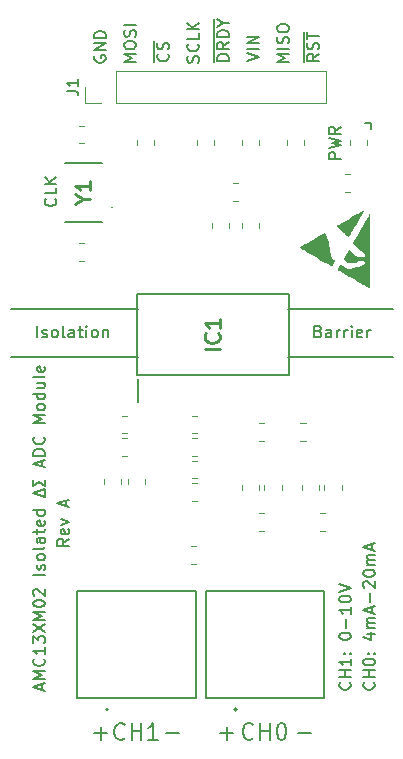
<source format=gbr>
%TF.GenerationSoftware,KiCad,Pcbnew,7.0.10-7.0.10~ubuntu22.04.1*%
%TF.CreationDate,2024-03-28T15:08:32-05:00*%
%TF.ProjectId,IIoT_Sensor,49496f54-5f53-4656-9e73-6f722e6b6963,1.0*%
%TF.SameCoordinates,Original*%
%TF.FileFunction,Legend,Top*%
%TF.FilePolarity,Positive*%
%FSLAX46Y46*%
G04 Gerber Fmt 4.6, Leading zero omitted, Abs format (unit mm)*
G04 Created by KiCad (PCBNEW 7.0.10-7.0.10~ubuntu22.04.1) date 2024-03-28 15:08:32*
%MOMM*%
%LPD*%
G01*
G04 APERTURE LIST*
%ADD10C,0.150000*%
%ADD11C,0.254000*%
%ADD12C,0.120000*%
%ADD13C,0.200000*%
%ADD14C,0.127000*%
%ADD15C,0.010000*%
%ADD16C,0.100000*%
G04 APERTURE END LIST*
D10*
X175260000Y-61468000D02*
X174752000Y-61468000D01*
X175260000Y-61976000D02*
X175260000Y-61468000D01*
X155575000Y-77216000D02*
X144780000Y-77216000D01*
X168275000Y-77216000D02*
X177165000Y-77216000D01*
X144780000Y-81280000D02*
X155575000Y-81280000D01*
X168275000Y-81280000D02*
X177165000Y-81280000D01*
X162534667Y-113136533D02*
X163601334Y-113136533D01*
X163068000Y-113669866D02*
X163068000Y-112603200D01*
X168348819Y-56305220D02*
X167348819Y-56305220D01*
X167348819Y-56305220D02*
X168063104Y-55971887D01*
X168063104Y-55971887D02*
X167348819Y-55638554D01*
X167348819Y-55638554D02*
X168348819Y-55638554D01*
X168348819Y-55162363D02*
X167348819Y-55162363D01*
X168301200Y-54733792D02*
X168348819Y-54590935D01*
X168348819Y-54590935D02*
X168348819Y-54352840D01*
X168348819Y-54352840D02*
X168301200Y-54257602D01*
X168301200Y-54257602D02*
X168253580Y-54209983D01*
X168253580Y-54209983D02*
X168158342Y-54162364D01*
X168158342Y-54162364D02*
X168063104Y-54162364D01*
X168063104Y-54162364D02*
X167967866Y-54209983D01*
X167967866Y-54209983D02*
X167920247Y-54257602D01*
X167920247Y-54257602D02*
X167872628Y-54352840D01*
X167872628Y-54352840D02*
X167825009Y-54543316D01*
X167825009Y-54543316D02*
X167777390Y-54638554D01*
X167777390Y-54638554D02*
X167729771Y-54686173D01*
X167729771Y-54686173D02*
X167634533Y-54733792D01*
X167634533Y-54733792D02*
X167539295Y-54733792D01*
X167539295Y-54733792D02*
X167444057Y-54686173D01*
X167444057Y-54686173D02*
X167396438Y-54638554D01*
X167396438Y-54638554D02*
X167348819Y-54543316D01*
X167348819Y-54543316D02*
X167348819Y-54305221D01*
X167348819Y-54305221D02*
X167396438Y-54162364D01*
X167348819Y-53543316D02*
X167348819Y-53352840D01*
X167348819Y-53352840D02*
X167396438Y-53257602D01*
X167396438Y-53257602D02*
X167491676Y-53162364D01*
X167491676Y-53162364D02*
X167682152Y-53114745D01*
X167682152Y-53114745D02*
X168015485Y-53114745D01*
X168015485Y-53114745D02*
X168205961Y-53162364D01*
X168205961Y-53162364D02*
X168301200Y-53257602D01*
X168301200Y-53257602D02*
X168348819Y-53352840D01*
X168348819Y-53352840D02*
X168348819Y-53543316D01*
X168348819Y-53543316D02*
X168301200Y-53638554D01*
X168301200Y-53638554D02*
X168205961Y-53733792D01*
X168205961Y-53733792D02*
X168015485Y-53781411D01*
X168015485Y-53781411D02*
X167682152Y-53781411D01*
X167682152Y-53781411D02*
X167491676Y-53733792D01*
X167491676Y-53733792D02*
X167396438Y-53638554D01*
X167396438Y-53638554D02*
X167348819Y-53543316D01*
X147021779Y-79625819D02*
X147021779Y-78625819D01*
X147450350Y-79578200D02*
X147545588Y-79625819D01*
X147545588Y-79625819D02*
X147736064Y-79625819D01*
X147736064Y-79625819D02*
X147831302Y-79578200D01*
X147831302Y-79578200D02*
X147878921Y-79482961D01*
X147878921Y-79482961D02*
X147878921Y-79435342D01*
X147878921Y-79435342D02*
X147831302Y-79340104D01*
X147831302Y-79340104D02*
X147736064Y-79292485D01*
X147736064Y-79292485D02*
X147593207Y-79292485D01*
X147593207Y-79292485D02*
X147497969Y-79244866D01*
X147497969Y-79244866D02*
X147450350Y-79149628D01*
X147450350Y-79149628D02*
X147450350Y-79102009D01*
X147450350Y-79102009D02*
X147497969Y-79006771D01*
X147497969Y-79006771D02*
X147593207Y-78959152D01*
X147593207Y-78959152D02*
X147736064Y-78959152D01*
X147736064Y-78959152D02*
X147831302Y-79006771D01*
X148450350Y-79625819D02*
X148355112Y-79578200D01*
X148355112Y-79578200D02*
X148307493Y-79530580D01*
X148307493Y-79530580D02*
X148259874Y-79435342D01*
X148259874Y-79435342D02*
X148259874Y-79149628D01*
X148259874Y-79149628D02*
X148307493Y-79054390D01*
X148307493Y-79054390D02*
X148355112Y-79006771D01*
X148355112Y-79006771D02*
X148450350Y-78959152D01*
X148450350Y-78959152D02*
X148593207Y-78959152D01*
X148593207Y-78959152D02*
X148688445Y-79006771D01*
X148688445Y-79006771D02*
X148736064Y-79054390D01*
X148736064Y-79054390D02*
X148783683Y-79149628D01*
X148783683Y-79149628D02*
X148783683Y-79435342D01*
X148783683Y-79435342D02*
X148736064Y-79530580D01*
X148736064Y-79530580D02*
X148688445Y-79578200D01*
X148688445Y-79578200D02*
X148593207Y-79625819D01*
X148593207Y-79625819D02*
X148450350Y-79625819D01*
X149355112Y-79625819D02*
X149259874Y-79578200D01*
X149259874Y-79578200D02*
X149212255Y-79482961D01*
X149212255Y-79482961D02*
X149212255Y-78625819D01*
X150164636Y-79625819D02*
X150164636Y-79102009D01*
X150164636Y-79102009D02*
X150117017Y-79006771D01*
X150117017Y-79006771D02*
X150021779Y-78959152D01*
X150021779Y-78959152D02*
X149831303Y-78959152D01*
X149831303Y-78959152D02*
X149736065Y-79006771D01*
X150164636Y-79578200D02*
X150069398Y-79625819D01*
X150069398Y-79625819D02*
X149831303Y-79625819D01*
X149831303Y-79625819D02*
X149736065Y-79578200D01*
X149736065Y-79578200D02*
X149688446Y-79482961D01*
X149688446Y-79482961D02*
X149688446Y-79387723D01*
X149688446Y-79387723D02*
X149736065Y-79292485D01*
X149736065Y-79292485D02*
X149831303Y-79244866D01*
X149831303Y-79244866D02*
X150069398Y-79244866D01*
X150069398Y-79244866D02*
X150164636Y-79197247D01*
X150497970Y-78959152D02*
X150878922Y-78959152D01*
X150640827Y-78625819D02*
X150640827Y-79482961D01*
X150640827Y-79482961D02*
X150688446Y-79578200D01*
X150688446Y-79578200D02*
X150783684Y-79625819D01*
X150783684Y-79625819D02*
X150878922Y-79625819D01*
X151212256Y-79625819D02*
X151212256Y-78959152D01*
X151212256Y-78625819D02*
X151164637Y-78673438D01*
X151164637Y-78673438D02*
X151212256Y-78721057D01*
X151212256Y-78721057D02*
X151259875Y-78673438D01*
X151259875Y-78673438D02*
X151212256Y-78625819D01*
X151212256Y-78625819D02*
X151212256Y-78721057D01*
X151831303Y-79625819D02*
X151736065Y-79578200D01*
X151736065Y-79578200D02*
X151688446Y-79530580D01*
X151688446Y-79530580D02*
X151640827Y-79435342D01*
X151640827Y-79435342D02*
X151640827Y-79149628D01*
X151640827Y-79149628D02*
X151688446Y-79054390D01*
X151688446Y-79054390D02*
X151736065Y-79006771D01*
X151736065Y-79006771D02*
X151831303Y-78959152D01*
X151831303Y-78959152D02*
X151974160Y-78959152D01*
X151974160Y-78959152D02*
X152069398Y-79006771D01*
X152069398Y-79006771D02*
X152117017Y-79054390D01*
X152117017Y-79054390D02*
X152164636Y-79149628D01*
X152164636Y-79149628D02*
X152164636Y-79435342D01*
X152164636Y-79435342D02*
X152117017Y-79530580D01*
X152117017Y-79530580D02*
X152069398Y-79578200D01*
X152069398Y-79578200D02*
X151974160Y-79625819D01*
X151974160Y-79625819D02*
X151831303Y-79625819D01*
X152593208Y-78959152D02*
X152593208Y-79625819D01*
X152593208Y-79054390D02*
X152640827Y-79006771D01*
X152640827Y-79006771D02*
X152736065Y-78959152D01*
X152736065Y-78959152D02*
X152878922Y-78959152D01*
X152878922Y-78959152D02*
X152974160Y-79006771D01*
X152974160Y-79006771D02*
X153021779Y-79102009D01*
X153021779Y-79102009D02*
X153021779Y-79625819D01*
X164808819Y-56194077D02*
X165808819Y-55860744D01*
X165808819Y-55860744D02*
X164808819Y-55527411D01*
X165808819Y-55194077D02*
X164808819Y-55194077D01*
X165808819Y-54717887D02*
X164808819Y-54717887D01*
X164808819Y-54717887D02*
X165808819Y-54146459D01*
X165808819Y-54146459D02*
X164808819Y-54146459D01*
X148564791Y-67861967D02*
X148612411Y-67909586D01*
X148612411Y-67909586D02*
X148660030Y-68052443D01*
X148660030Y-68052443D02*
X148660030Y-68147681D01*
X148660030Y-68147681D02*
X148612411Y-68290538D01*
X148612411Y-68290538D02*
X148517172Y-68385776D01*
X148517172Y-68385776D02*
X148421934Y-68433395D01*
X148421934Y-68433395D02*
X148231458Y-68481014D01*
X148231458Y-68481014D02*
X148088601Y-68481014D01*
X148088601Y-68481014D02*
X147898125Y-68433395D01*
X147898125Y-68433395D02*
X147802887Y-68385776D01*
X147802887Y-68385776D02*
X147707649Y-68290538D01*
X147707649Y-68290538D02*
X147660030Y-68147681D01*
X147660030Y-68147681D02*
X147660030Y-68052443D01*
X147660030Y-68052443D02*
X147707649Y-67909586D01*
X147707649Y-67909586D02*
X147755268Y-67861967D01*
X148660030Y-66957205D02*
X148660030Y-67433395D01*
X148660030Y-67433395D02*
X147660030Y-67433395D01*
X148660030Y-66623871D02*
X147660030Y-66623871D01*
X148660030Y-66052443D02*
X148088601Y-66481014D01*
X147660030Y-66052443D02*
X148231458Y-66623871D01*
X157962667Y-113136533D02*
X159029334Y-113136533D01*
X170888819Y-55606792D02*
X170412628Y-55940125D01*
X170888819Y-56178220D02*
X169888819Y-56178220D01*
X169888819Y-56178220D02*
X169888819Y-55797268D01*
X169888819Y-55797268D02*
X169936438Y-55702030D01*
X169936438Y-55702030D02*
X169984057Y-55654411D01*
X169984057Y-55654411D02*
X170079295Y-55606792D01*
X170079295Y-55606792D02*
X170222152Y-55606792D01*
X170222152Y-55606792D02*
X170317390Y-55654411D01*
X170317390Y-55654411D02*
X170365009Y-55702030D01*
X170365009Y-55702030D02*
X170412628Y-55797268D01*
X170412628Y-55797268D02*
X170412628Y-56178220D01*
X170841200Y-55225839D02*
X170888819Y-55082982D01*
X170888819Y-55082982D02*
X170888819Y-54844887D01*
X170888819Y-54844887D02*
X170841200Y-54749649D01*
X170841200Y-54749649D02*
X170793580Y-54702030D01*
X170793580Y-54702030D02*
X170698342Y-54654411D01*
X170698342Y-54654411D02*
X170603104Y-54654411D01*
X170603104Y-54654411D02*
X170507866Y-54702030D01*
X170507866Y-54702030D02*
X170460247Y-54749649D01*
X170460247Y-54749649D02*
X170412628Y-54844887D01*
X170412628Y-54844887D02*
X170365009Y-55035363D01*
X170365009Y-55035363D02*
X170317390Y-55130601D01*
X170317390Y-55130601D02*
X170269771Y-55178220D01*
X170269771Y-55178220D02*
X170174533Y-55225839D01*
X170174533Y-55225839D02*
X170079295Y-55225839D01*
X170079295Y-55225839D02*
X169984057Y-55178220D01*
X169984057Y-55178220D02*
X169936438Y-55130601D01*
X169936438Y-55130601D02*
X169888819Y-55035363D01*
X169888819Y-55035363D02*
X169888819Y-54797268D01*
X169888819Y-54797268D02*
X169936438Y-54654411D01*
X169888819Y-54368696D02*
X169888819Y-53797268D01*
X170888819Y-54082982D02*
X169888819Y-54082982D01*
X169611200Y-56316316D02*
X169611200Y-53802030D01*
X163268819Y-56178220D02*
X162268819Y-56178220D01*
X162268819Y-56178220D02*
X162268819Y-55940125D01*
X162268819Y-55940125D02*
X162316438Y-55797268D01*
X162316438Y-55797268D02*
X162411676Y-55702030D01*
X162411676Y-55702030D02*
X162506914Y-55654411D01*
X162506914Y-55654411D02*
X162697390Y-55606792D01*
X162697390Y-55606792D02*
X162840247Y-55606792D01*
X162840247Y-55606792D02*
X163030723Y-55654411D01*
X163030723Y-55654411D02*
X163125961Y-55702030D01*
X163125961Y-55702030D02*
X163221200Y-55797268D01*
X163221200Y-55797268D02*
X163268819Y-55940125D01*
X163268819Y-55940125D02*
X163268819Y-56178220D01*
X163268819Y-54606792D02*
X162792628Y-54940125D01*
X163268819Y-55178220D02*
X162268819Y-55178220D01*
X162268819Y-55178220D02*
X162268819Y-54797268D01*
X162268819Y-54797268D02*
X162316438Y-54702030D01*
X162316438Y-54702030D02*
X162364057Y-54654411D01*
X162364057Y-54654411D02*
X162459295Y-54606792D01*
X162459295Y-54606792D02*
X162602152Y-54606792D01*
X162602152Y-54606792D02*
X162697390Y-54654411D01*
X162697390Y-54654411D02*
X162745009Y-54702030D01*
X162745009Y-54702030D02*
X162792628Y-54797268D01*
X162792628Y-54797268D02*
X162792628Y-55178220D01*
X163268819Y-54178220D02*
X162268819Y-54178220D01*
X162268819Y-54178220D02*
X162268819Y-53940125D01*
X162268819Y-53940125D02*
X162316438Y-53797268D01*
X162316438Y-53797268D02*
X162411676Y-53702030D01*
X162411676Y-53702030D02*
X162506914Y-53654411D01*
X162506914Y-53654411D02*
X162697390Y-53606792D01*
X162697390Y-53606792D02*
X162840247Y-53606792D01*
X162840247Y-53606792D02*
X163030723Y-53654411D01*
X163030723Y-53654411D02*
X163125961Y-53702030D01*
X163125961Y-53702030D02*
X163221200Y-53797268D01*
X163221200Y-53797268D02*
X163268819Y-53940125D01*
X163268819Y-53940125D02*
X163268819Y-54178220D01*
X162792628Y-52987744D02*
X163268819Y-52987744D01*
X162268819Y-53321077D02*
X162792628Y-52987744D01*
X162792628Y-52987744D02*
X162268819Y-52654411D01*
X161991200Y-56316316D02*
X161991200Y-52659173D01*
X160681200Y-56352839D02*
X160728819Y-56209982D01*
X160728819Y-56209982D02*
X160728819Y-55971887D01*
X160728819Y-55971887D02*
X160681200Y-55876649D01*
X160681200Y-55876649D02*
X160633580Y-55829030D01*
X160633580Y-55829030D02*
X160538342Y-55781411D01*
X160538342Y-55781411D02*
X160443104Y-55781411D01*
X160443104Y-55781411D02*
X160347866Y-55829030D01*
X160347866Y-55829030D02*
X160300247Y-55876649D01*
X160300247Y-55876649D02*
X160252628Y-55971887D01*
X160252628Y-55971887D02*
X160205009Y-56162363D01*
X160205009Y-56162363D02*
X160157390Y-56257601D01*
X160157390Y-56257601D02*
X160109771Y-56305220D01*
X160109771Y-56305220D02*
X160014533Y-56352839D01*
X160014533Y-56352839D02*
X159919295Y-56352839D01*
X159919295Y-56352839D02*
X159824057Y-56305220D01*
X159824057Y-56305220D02*
X159776438Y-56257601D01*
X159776438Y-56257601D02*
X159728819Y-56162363D01*
X159728819Y-56162363D02*
X159728819Y-55924268D01*
X159728819Y-55924268D02*
X159776438Y-55781411D01*
X160633580Y-54781411D02*
X160681200Y-54829030D01*
X160681200Y-54829030D02*
X160728819Y-54971887D01*
X160728819Y-54971887D02*
X160728819Y-55067125D01*
X160728819Y-55067125D02*
X160681200Y-55209982D01*
X160681200Y-55209982D02*
X160585961Y-55305220D01*
X160585961Y-55305220D02*
X160490723Y-55352839D01*
X160490723Y-55352839D02*
X160300247Y-55400458D01*
X160300247Y-55400458D02*
X160157390Y-55400458D01*
X160157390Y-55400458D02*
X159966914Y-55352839D01*
X159966914Y-55352839D02*
X159871676Y-55305220D01*
X159871676Y-55305220D02*
X159776438Y-55209982D01*
X159776438Y-55209982D02*
X159728819Y-55067125D01*
X159728819Y-55067125D02*
X159728819Y-54971887D01*
X159728819Y-54971887D02*
X159776438Y-54829030D01*
X159776438Y-54829030D02*
X159824057Y-54781411D01*
X160728819Y-53876649D02*
X160728819Y-54352839D01*
X160728819Y-54352839D02*
X159728819Y-54352839D01*
X160728819Y-53543315D02*
X159728819Y-53543315D01*
X160728819Y-52971887D02*
X160157390Y-53400458D01*
X159728819Y-52971887D02*
X160300247Y-53543315D01*
X147412104Y-109438839D02*
X147412104Y-108962649D01*
X147697819Y-109534077D02*
X146697819Y-109200744D01*
X146697819Y-109200744D02*
X147697819Y-108867411D01*
X147697819Y-108534077D02*
X146697819Y-108534077D01*
X146697819Y-108534077D02*
X147412104Y-108200744D01*
X147412104Y-108200744D02*
X146697819Y-107867411D01*
X146697819Y-107867411D02*
X147697819Y-107867411D01*
X147602580Y-106819792D02*
X147650200Y-106867411D01*
X147650200Y-106867411D02*
X147697819Y-107010268D01*
X147697819Y-107010268D02*
X147697819Y-107105506D01*
X147697819Y-107105506D02*
X147650200Y-107248363D01*
X147650200Y-107248363D02*
X147554961Y-107343601D01*
X147554961Y-107343601D02*
X147459723Y-107391220D01*
X147459723Y-107391220D02*
X147269247Y-107438839D01*
X147269247Y-107438839D02*
X147126390Y-107438839D01*
X147126390Y-107438839D02*
X146935914Y-107391220D01*
X146935914Y-107391220D02*
X146840676Y-107343601D01*
X146840676Y-107343601D02*
X146745438Y-107248363D01*
X146745438Y-107248363D02*
X146697819Y-107105506D01*
X146697819Y-107105506D02*
X146697819Y-107010268D01*
X146697819Y-107010268D02*
X146745438Y-106867411D01*
X146745438Y-106867411D02*
X146793057Y-106819792D01*
X147697819Y-105867411D02*
X147697819Y-106438839D01*
X147697819Y-106153125D02*
X146697819Y-106153125D01*
X146697819Y-106153125D02*
X146840676Y-106248363D01*
X146840676Y-106248363D02*
X146935914Y-106343601D01*
X146935914Y-106343601D02*
X146983533Y-106438839D01*
X146697819Y-105534077D02*
X146697819Y-104915030D01*
X146697819Y-104915030D02*
X147078771Y-105248363D01*
X147078771Y-105248363D02*
X147078771Y-105105506D01*
X147078771Y-105105506D02*
X147126390Y-105010268D01*
X147126390Y-105010268D02*
X147174009Y-104962649D01*
X147174009Y-104962649D02*
X147269247Y-104915030D01*
X147269247Y-104915030D02*
X147507342Y-104915030D01*
X147507342Y-104915030D02*
X147602580Y-104962649D01*
X147602580Y-104962649D02*
X147650200Y-105010268D01*
X147650200Y-105010268D02*
X147697819Y-105105506D01*
X147697819Y-105105506D02*
X147697819Y-105391220D01*
X147697819Y-105391220D02*
X147650200Y-105486458D01*
X147650200Y-105486458D02*
X147602580Y-105534077D01*
X146697819Y-104581696D02*
X147697819Y-103915030D01*
X146697819Y-103915030D02*
X147697819Y-104581696D01*
X147697819Y-103534077D02*
X146697819Y-103534077D01*
X146697819Y-103534077D02*
X147412104Y-103200744D01*
X147412104Y-103200744D02*
X146697819Y-102867411D01*
X146697819Y-102867411D02*
X147697819Y-102867411D01*
X146697819Y-102200744D02*
X146697819Y-102105506D01*
X146697819Y-102105506D02*
X146745438Y-102010268D01*
X146745438Y-102010268D02*
X146793057Y-101962649D01*
X146793057Y-101962649D02*
X146888295Y-101915030D01*
X146888295Y-101915030D02*
X147078771Y-101867411D01*
X147078771Y-101867411D02*
X147316866Y-101867411D01*
X147316866Y-101867411D02*
X147507342Y-101915030D01*
X147507342Y-101915030D02*
X147602580Y-101962649D01*
X147602580Y-101962649D02*
X147650200Y-102010268D01*
X147650200Y-102010268D02*
X147697819Y-102105506D01*
X147697819Y-102105506D02*
X147697819Y-102200744D01*
X147697819Y-102200744D02*
X147650200Y-102295982D01*
X147650200Y-102295982D02*
X147602580Y-102343601D01*
X147602580Y-102343601D02*
X147507342Y-102391220D01*
X147507342Y-102391220D02*
X147316866Y-102438839D01*
X147316866Y-102438839D02*
X147078771Y-102438839D01*
X147078771Y-102438839D02*
X146888295Y-102391220D01*
X146888295Y-102391220D02*
X146793057Y-102343601D01*
X146793057Y-102343601D02*
X146745438Y-102295982D01*
X146745438Y-102295982D02*
X146697819Y-102200744D01*
X146793057Y-101486458D02*
X146745438Y-101438839D01*
X146745438Y-101438839D02*
X146697819Y-101343601D01*
X146697819Y-101343601D02*
X146697819Y-101105506D01*
X146697819Y-101105506D02*
X146745438Y-101010268D01*
X146745438Y-101010268D02*
X146793057Y-100962649D01*
X146793057Y-100962649D02*
X146888295Y-100915030D01*
X146888295Y-100915030D02*
X146983533Y-100915030D01*
X146983533Y-100915030D02*
X147126390Y-100962649D01*
X147126390Y-100962649D02*
X147697819Y-101534077D01*
X147697819Y-101534077D02*
X147697819Y-100915030D01*
X147697819Y-99724553D02*
X146697819Y-99724553D01*
X147650200Y-99295982D02*
X147697819Y-99200744D01*
X147697819Y-99200744D02*
X147697819Y-99010268D01*
X147697819Y-99010268D02*
X147650200Y-98915030D01*
X147650200Y-98915030D02*
X147554961Y-98867411D01*
X147554961Y-98867411D02*
X147507342Y-98867411D01*
X147507342Y-98867411D02*
X147412104Y-98915030D01*
X147412104Y-98915030D02*
X147364485Y-99010268D01*
X147364485Y-99010268D02*
X147364485Y-99153125D01*
X147364485Y-99153125D02*
X147316866Y-99248363D01*
X147316866Y-99248363D02*
X147221628Y-99295982D01*
X147221628Y-99295982D02*
X147174009Y-99295982D01*
X147174009Y-99295982D02*
X147078771Y-99248363D01*
X147078771Y-99248363D02*
X147031152Y-99153125D01*
X147031152Y-99153125D02*
X147031152Y-99010268D01*
X147031152Y-99010268D02*
X147078771Y-98915030D01*
X147697819Y-98295982D02*
X147650200Y-98391220D01*
X147650200Y-98391220D02*
X147602580Y-98438839D01*
X147602580Y-98438839D02*
X147507342Y-98486458D01*
X147507342Y-98486458D02*
X147221628Y-98486458D01*
X147221628Y-98486458D02*
X147126390Y-98438839D01*
X147126390Y-98438839D02*
X147078771Y-98391220D01*
X147078771Y-98391220D02*
X147031152Y-98295982D01*
X147031152Y-98295982D02*
X147031152Y-98153125D01*
X147031152Y-98153125D02*
X147078771Y-98057887D01*
X147078771Y-98057887D02*
X147126390Y-98010268D01*
X147126390Y-98010268D02*
X147221628Y-97962649D01*
X147221628Y-97962649D02*
X147507342Y-97962649D01*
X147507342Y-97962649D02*
X147602580Y-98010268D01*
X147602580Y-98010268D02*
X147650200Y-98057887D01*
X147650200Y-98057887D02*
X147697819Y-98153125D01*
X147697819Y-98153125D02*
X147697819Y-98295982D01*
X147697819Y-97391220D02*
X147650200Y-97486458D01*
X147650200Y-97486458D02*
X147554961Y-97534077D01*
X147554961Y-97534077D02*
X146697819Y-97534077D01*
X147697819Y-96581696D02*
X147174009Y-96581696D01*
X147174009Y-96581696D02*
X147078771Y-96629315D01*
X147078771Y-96629315D02*
X147031152Y-96724553D01*
X147031152Y-96724553D02*
X147031152Y-96915029D01*
X147031152Y-96915029D02*
X147078771Y-97010267D01*
X147650200Y-96581696D02*
X147697819Y-96676934D01*
X147697819Y-96676934D02*
X147697819Y-96915029D01*
X147697819Y-96915029D02*
X147650200Y-97010267D01*
X147650200Y-97010267D02*
X147554961Y-97057886D01*
X147554961Y-97057886D02*
X147459723Y-97057886D01*
X147459723Y-97057886D02*
X147364485Y-97010267D01*
X147364485Y-97010267D02*
X147316866Y-96915029D01*
X147316866Y-96915029D02*
X147316866Y-96676934D01*
X147316866Y-96676934D02*
X147269247Y-96581696D01*
X147031152Y-96248362D02*
X147031152Y-95867410D01*
X146697819Y-96105505D02*
X147554961Y-96105505D01*
X147554961Y-96105505D02*
X147650200Y-96057886D01*
X147650200Y-96057886D02*
X147697819Y-95962648D01*
X147697819Y-95962648D02*
X147697819Y-95867410D01*
X147650200Y-95153124D02*
X147697819Y-95248362D01*
X147697819Y-95248362D02*
X147697819Y-95438838D01*
X147697819Y-95438838D02*
X147650200Y-95534076D01*
X147650200Y-95534076D02*
X147554961Y-95581695D01*
X147554961Y-95581695D02*
X147174009Y-95581695D01*
X147174009Y-95581695D02*
X147078771Y-95534076D01*
X147078771Y-95534076D02*
X147031152Y-95438838D01*
X147031152Y-95438838D02*
X147031152Y-95248362D01*
X147031152Y-95248362D02*
X147078771Y-95153124D01*
X147078771Y-95153124D02*
X147174009Y-95105505D01*
X147174009Y-95105505D02*
X147269247Y-95105505D01*
X147269247Y-95105505D02*
X147364485Y-95581695D01*
X147697819Y-94248362D02*
X146697819Y-94248362D01*
X147650200Y-94248362D02*
X147697819Y-94343600D01*
X147697819Y-94343600D02*
X147697819Y-94534076D01*
X147697819Y-94534076D02*
X147650200Y-94629314D01*
X147650200Y-94629314D02*
X147602580Y-94676933D01*
X147602580Y-94676933D02*
X147507342Y-94724552D01*
X147507342Y-94724552D02*
X147221628Y-94724552D01*
X147221628Y-94724552D02*
X147126390Y-94676933D01*
X147126390Y-94676933D02*
X147078771Y-94629314D01*
X147078771Y-94629314D02*
X147031152Y-94534076D01*
X147031152Y-94534076D02*
X147031152Y-94343600D01*
X147031152Y-94343600D02*
X147078771Y-94248362D01*
X147697819Y-93153123D02*
X146697819Y-92819790D01*
X146697819Y-92819790D02*
X147697819Y-92486457D01*
X147697819Y-92486457D02*
X147697819Y-93153123D01*
X147697819Y-91676933D02*
X147697819Y-92200742D01*
X147697819Y-92200742D02*
X147174009Y-91867409D01*
X147174009Y-91867409D02*
X146697819Y-92200742D01*
X146697819Y-92200742D02*
X146697819Y-91676933D01*
X147412104Y-90534075D02*
X147412104Y-90057885D01*
X147697819Y-90629313D02*
X146697819Y-90295980D01*
X146697819Y-90295980D02*
X147697819Y-89962647D01*
X147697819Y-89629313D02*
X146697819Y-89629313D01*
X146697819Y-89629313D02*
X146697819Y-89391218D01*
X146697819Y-89391218D02*
X146745438Y-89248361D01*
X146745438Y-89248361D02*
X146840676Y-89153123D01*
X146840676Y-89153123D02*
X146935914Y-89105504D01*
X146935914Y-89105504D02*
X147126390Y-89057885D01*
X147126390Y-89057885D02*
X147269247Y-89057885D01*
X147269247Y-89057885D02*
X147459723Y-89105504D01*
X147459723Y-89105504D02*
X147554961Y-89153123D01*
X147554961Y-89153123D02*
X147650200Y-89248361D01*
X147650200Y-89248361D02*
X147697819Y-89391218D01*
X147697819Y-89391218D02*
X147697819Y-89629313D01*
X147602580Y-88057885D02*
X147650200Y-88105504D01*
X147650200Y-88105504D02*
X147697819Y-88248361D01*
X147697819Y-88248361D02*
X147697819Y-88343599D01*
X147697819Y-88343599D02*
X147650200Y-88486456D01*
X147650200Y-88486456D02*
X147554961Y-88581694D01*
X147554961Y-88581694D02*
X147459723Y-88629313D01*
X147459723Y-88629313D02*
X147269247Y-88676932D01*
X147269247Y-88676932D02*
X147126390Y-88676932D01*
X147126390Y-88676932D02*
X146935914Y-88629313D01*
X146935914Y-88629313D02*
X146840676Y-88581694D01*
X146840676Y-88581694D02*
X146745438Y-88486456D01*
X146745438Y-88486456D02*
X146697819Y-88343599D01*
X146697819Y-88343599D02*
X146697819Y-88248361D01*
X146697819Y-88248361D02*
X146745438Y-88105504D01*
X146745438Y-88105504D02*
X146793057Y-88057885D01*
X147697819Y-86867408D02*
X146697819Y-86867408D01*
X146697819Y-86867408D02*
X147412104Y-86534075D01*
X147412104Y-86534075D02*
X146697819Y-86200742D01*
X146697819Y-86200742D02*
X147697819Y-86200742D01*
X147697819Y-85581694D02*
X147650200Y-85676932D01*
X147650200Y-85676932D02*
X147602580Y-85724551D01*
X147602580Y-85724551D02*
X147507342Y-85772170D01*
X147507342Y-85772170D02*
X147221628Y-85772170D01*
X147221628Y-85772170D02*
X147126390Y-85724551D01*
X147126390Y-85724551D02*
X147078771Y-85676932D01*
X147078771Y-85676932D02*
X147031152Y-85581694D01*
X147031152Y-85581694D02*
X147031152Y-85438837D01*
X147031152Y-85438837D02*
X147078771Y-85343599D01*
X147078771Y-85343599D02*
X147126390Y-85295980D01*
X147126390Y-85295980D02*
X147221628Y-85248361D01*
X147221628Y-85248361D02*
X147507342Y-85248361D01*
X147507342Y-85248361D02*
X147602580Y-85295980D01*
X147602580Y-85295980D02*
X147650200Y-85343599D01*
X147650200Y-85343599D02*
X147697819Y-85438837D01*
X147697819Y-85438837D02*
X147697819Y-85581694D01*
X147697819Y-84391218D02*
X146697819Y-84391218D01*
X147650200Y-84391218D02*
X147697819Y-84486456D01*
X147697819Y-84486456D02*
X147697819Y-84676932D01*
X147697819Y-84676932D02*
X147650200Y-84772170D01*
X147650200Y-84772170D02*
X147602580Y-84819789D01*
X147602580Y-84819789D02*
X147507342Y-84867408D01*
X147507342Y-84867408D02*
X147221628Y-84867408D01*
X147221628Y-84867408D02*
X147126390Y-84819789D01*
X147126390Y-84819789D02*
X147078771Y-84772170D01*
X147078771Y-84772170D02*
X147031152Y-84676932D01*
X147031152Y-84676932D02*
X147031152Y-84486456D01*
X147031152Y-84486456D02*
X147078771Y-84391218D01*
X147031152Y-83486456D02*
X147697819Y-83486456D01*
X147031152Y-83915027D02*
X147554961Y-83915027D01*
X147554961Y-83915027D02*
X147650200Y-83867408D01*
X147650200Y-83867408D02*
X147697819Y-83772170D01*
X147697819Y-83772170D02*
X147697819Y-83629313D01*
X147697819Y-83629313D02*
X147650200Y-83534075D01*
X147650200Y-83534075D02*
X147602580Y-83486456D01*
X147697819Y-82867408D02*
X147650200Y-82962646D01*
X147650200Y-82962646D02*
X147554961Y-83010265D01*
X147554961Y-83010265D02*
X146697819Y-83010265D01*
X147650200Y-82105503D02*
X147697819Y-82200741D01*
X147697819Y-82200741D02*
X147697819Y-82391217D01*
X147697819Y-82391217D02*
X147650200Y-82486455D01*
X147650200Y-82486455D02*
X147554961Y-82534074D01*
X147554961Y-82534074D02*
X147174009Y-82534074D01*
X147174009Y-82534074D02*
X147078771Y-82486455D01*
X147078771Y-82486455D02*
X147031152Y-82391217D01*
X147031152Y-82391217D02*
X147031152Y-82200741D01*
X147031152Y-82200741D02*
X147078771Y-82105503D01*
X147078771Y-82105503D02*
X147174009Y-82057884D01*
X147174009Y-82057884D02*
X147269247Y-82057884D01*
X147269247Y-82057884D02*
X147364485Y-82534074D01*
X151866667Y-113136533D02*
X152933334Y-113136533D01*
X152400000Y-113669866D02*
X152400000Y-112603200D01*
X173510580Y-108819792D02*
X173558200Y-108867411D01*
X173558200Y-108867411D02*
X173605819Y-109010268D01*
X173605819Y-109010268D02*
X173605819Y-109105506D01*
X173605819Y-109105506D02*
X173558200Y-109248363D01*
X173558200Y-109248363D02*
X173462961Y-109343601D01*
X173462961Y-109343601D02*
X173367723Y-109391220D01*
X173367723Y-109391220D02*
X173177247Y-109438839D01*
X173177247Y-109438839D02*
X173034390Y-109438839D01*
X173034390Y-109438839D02*
X172843914Y-109391220D01*
X172843914Y-109391220D02*
X172748676Y-109343601D01*
X172748676Y-109343601D02*
X172653438Y-109248363D01*
X172653438Y-109248363D02*
X172605819Y-109105506D01*
X172605819Y-109105506D02*
X172605819Y-109010268D01*
X172605819Y-109010268D02*
X172653438Y-108867411D01*
X172653438Y-108867411D02*
X172701057Y-108819792D01*
X173605819Y-108391220D02*
X172605819Y-108391220D01*
X173082009Y-108391220D02*
X173082009Y-107819792D01*
X173605819Y-107819792D02*
X172605819Y-107819792D01*
X173605819Y-106819792D02*
X173605819Y-107391220D01*
X173605819Y-107105506D02*
X172605819Y-107105506D01*
X172605819Y-107105506D02*
X172748676Y-107200744D01*
X172748676Y-107200744D02*
X172843914Y-107295982D01*
X172843914Y-107295982D02*
X172891533Y-107391220D01*
X173510580Y-106391220D02*
X173558200Y-106343601D01*
X173558200Y-106343601D02*
X173605819Y-106391220D01*
X173605819Y-106391220D02*
X173558200Y-106438839D01*
X173558200Y-106438839D02*
X173510580Y-106391220D01*
X173510580Y-106391220D02*
X173605819Y-106391220D01*
X172986771Y-106391220D02*
X173034390Y-106343601D01*
X173034390Y-106343601D02*
X173082009Y-106391220D01*
X173082009Y-106391220D02*
X173034390Y-106438839D01*
X173034390Y-106438839D02*
X172986771Y-106391220D01*
X172986771Y-106391220D02*
X173082009Y-106391220D01*
X172605819Y-104962649D02*
X172605819Y-104867411D01*
X172605819Y-104867411D02*
X172653438Y-104772173D01*
X172653438Y-104772173D02*
X172701057Y-104724554D01*
X172701057Y-104724554D02*
X172796295Y-104676935D01*
X172796295Y-104676935D02*
X172986771Y-104629316D01*
X172986771Y-104629316D02*
X173224866Y-104629316D01*
X173224866Y-104629316D02*
X173415342Y-104676935D01*
X173415342Y-104676935D02*
X173510580Y-104724554D01*
X173510580Y-104724554D02*
X173558200Y-104772173D01*
X173558200Y-104772173D02*
X173605819Y-104867411D01*
X173605819Y-104867411D02*
X173605819Y-104962649D01*
X173605819Y-104962649D02*
X173558200Y-105057887D01*
X173558200Y-105057887D02*
X173510580Y-105105506D01*
X173510580Y-105105506D02*
X173415342Y-105153125D01*
X173415342Y-105153125D02*
X173224866Y-105200744D01*
X173224866Y-105200744D02*
X172986771Y-105200744D01*
X172986771Y-105200744D02*
X172796295Y-105153125D01*
X172796295Y-105153125D02*
X172701057Y-105105506D01*
X172701057Y-105105506D02*
X172653438Y-105057887D01*
X172653438Y-105057887D02*
X172605819Y-104962649D01*
X173224866Y-104200744D02*
X173224866Y-103438840D01*
X173605819Y-102438840D02*
X173605819Y-103010268D01*
X173605819Y-102724554D02*
X172605819Y-102724554D01*
X172605819Y-102724554D02*
X172748676Y-102819792D01*
X172748676Y-102819792D02*
X172843914Y-102915030D01*
X172843914Y-102915030D02*
X172891533Y-103010268D01*
X172605819Y-101819792D02*
X172605819Y-101724554D01*
X172605819Y-101724554D02*
X172653438Y-101629316D01*
X172653438Y-101629316D02*
X172701057Y-101581697D01*
X172701057Y-101581697D02*
X172796295Y-101534078D01*
X172796295Y-101534078D02*
X172986771Y-101486459D01*
X172986771Y-101486459D02*
X173224866Y-101486459D01*
X173224866Y-101486459D02*
X173415342Y-101534078D01*
X173415342Y-101534078D02*
X173510580Y-101581697D01*
X173510580Y-101581697D02*
X173558200Y-101629316D01*
X173558200Y-101629316D02*
X173605819Y-101724554D01*
X173605819Y-101724554D02*
X173605819Y-101819792D01*
X173605819Y-101819792D02*
X173558200Y-101915030D01*
X173558200Y-101915030D02*
X173510580Y-101962649D01*
X173510580Y-101962649D02*
X173415342Y-102010268D01*
X173415342Y-102010268D02*
X173224866Y-102057887D01*
X173224866Y-102057887D02*
X172986771Y-102057887D01*
X172986771Y-102057887D02*
X172796295Y-102010268D01*
X172796295Y-102010268D02*
X172701057Y-101962649D01*
X172701057Y-101962649D02*
X172653438Y-101915030D01*
X172653438Y-101915030D02*
X172605819Y-101819792D01*
X172605819Y-101200744D02*
X173605819Y-100867411D01*
X173605819Y-100867411D02*
X172605819Y-100534078D01*
X172733414Y-64506140D02*
X171733414Y-64506140D01*
X171733414Y-64506140D02*
X171733414Y-64125188D01*
X171733414Y-64125188D02*
X171781033Y-64029950D01*
X171781033Y-64029950D02*
X171828652Y-63982331D01*
X171828652Y-63982331D02*
X171923890Y-63934712D01*
X171923890Y-63934712D02*
X172066747Y-63934712D01*
X172066747Y-63934712D02*
X172161985Y-63982331D01*
X172161985Y-63982331D02*
X172209604Y-64029950D01*
X172209604Y-64029950D02*
X172257223Y-64125188D01*
X172257223Y-64125188D02*
X172257223Y-64506140D01*
X171733414Y-63601378D02*
X172733414Y-63363283D01*
X172733414Y-63363283D02*
X172019128Y-63172807D01*
X172019128Y-63172807D02*
X172733414Y-62982331D01*
X172733414Y-62982331D02*
X171733414Y-62744236D01*
X172733414Y-61791855D02*
X172257223Y-62125188D01*
X172733414Y-62363283D02*
X171733414Y-62363283D01*
X171733414Y-62363283D02*
X171733414Y-61982331D01*
X171733414Y-61982331D02*
X171781033Y-61887093D01*
X171781033Y-61887093D02*
X171828652Y-61839474D01*
X171828652Y-61839474D02*
X171923890Y-61791855D01*
X171923890Y-61791855D02*
X172066747Y-61791855D01*
X172066747Y-61791855D02*
X172161985Y-61839474D01*
X172161985Y-61839474D02*
X172209604Y-61887093D01*
X172209604Y-61887093D02*
X172257223Y-61982331D01*
X172257223Y-61982331D02*
X172257223Y-62363283D01*
X169138667Y-113136533D02*
X170205334Y-113136533D01*
X151902438Y-55781411D02*
X151854819Y-55876649D01*
X151854819Y-55876649D02*
X151854819Y-56019506D01*
X151854819Y-56019506D02*
X151902438Y-56162363D01*
X151902438Y-56162363D02*
X151997676Y-56257601D01*
X151997676Y-56257601D02*
X152092914Y-56305220D01*
X152092914Y-56305220D02*
X152283390Y-56352839D01*
X152283390Y-56352839D02*
X152426247Y-56352839D01*
X152426247Y-56352839D02*
X152616723Y-56305220D01*
X152616723Y-56305220D02*
X152711961Y-56257601D01*
X152711961Y-56257601D02*
X152807200Y-56162363D01*
X152807200Y-56162363D02*
X152854819Y-56019506D01*
X152854819Y-56019506D02*
X152854819Y-55924268D01*
X152854819Y-55924268D02*
X152807200Y-55781411D01*
X152807200Y-55781411D02*
X152759580Y-55733792D01*
X152759580Y-55733792D02*
X152426247Y-55733792D01*
X152426247Y-55733792D02*
X152426247Y-55924268D01*
X152854819Y-55305220D02*
X151854819Y-55305220D01*
X151854819Y-55305220D02*
X152854819Y-54733792D01*
X152854819Y-54733792D02*
X151854819Y-54733792D01*
X152854819Y-54257601D02*
X151854819Y-54257601D01*
X151854819Y-54257601D02*
X151854819Y-54019506D01*
X151854819Y-54019506D02*
X151902438Y-53876649D01*
X151902438Y-53876649D02*
X151997676Y-53781411D01*
X151997676Y-53781411D02*
X152092914Y-53733792D01*
X152092914Y-53733792D02*
X152283390Y-53686173D01*
X152283390Y-53686173D02*
X152426247Y-53686173D01*
X152426247Y-53686173D02*
X152616723Y-53733792D01*
X152616723Y-53733792D02*
X152711961Y-53781411D01*
X152711961Y-53781411D02*
X152807200Y-53876649D01*
X152807200Y-53876649D02*
X152854819Y-54019506D01*
X152854819Y-54019506D02*
X152854819Y-54257601D01*
X149729819Y-96676933D02*
X149253628Y-97010266D01*
X149729819Y-97248361D02*
X148729819Y-97248361D01*
X148729819Y-97248361D02*
X148729819Y-96867409D01*
X148729819Y-96867409D02*
X148777438Y-96772171D01*
X148777438Y-96772171D02*
X148825057Y-96724552D01*
X148825057Y-96724552D02*
X148920295Y-96676933D01*
X148920295Y-96676933D02*
X149063152Y-96676933D01*
X149063152Y-96676933D02*
X149158390Y-96724552D01*
X149158390Y-96724552D02*
X149206009Y-96772171D01*
X149206009Y-96772171D02*
X149253628Y-96867409D01*
X149253628Y-96867409D02*
X149253628Y-97248361D01*
X149682200Y-95867409D02*
X149729819Y-95962647D01*
X149729819Y-95962647D02*
X149729819Y-96153123D01*
X149729819Y-96153123D02*
X149682200Y-96248361D01*
X149682200Y-96248361D02*
X149586961Y-96295980D01*
X149586961Y-96295980D02*
X149206009Y-96295980D01*
X149206009Y-96295980D02*
X149110771Y-96248361D01*
X149110771Y-96248361D02*
X149063152Y-96153123D01*
X149063152Y-96153123D02*
X149063152Y-95962647D01*
X149063152Y-95962647D02*
X149110771Y-95867409D01*
X149110771Y-95867409D02*
X149206009Y-95819790D01*
X149206009Y-95819790D02*
X149301247Y-95819790D01*
X149301247Y-95819790D02*
X149396485Y-96295980D01*
X149063152Y-95486456D02*
X149729819Y-95248361D01*
X149729819Y-95248361D02*
X149063152Y-95010266D01*
X149444104Y-93915027D02*
X149444104Y-93438837D01*
X149729819Y-94010265D02*
X148729819Y-93676932D01*
X148729819Y-93676932D02*
X149729819Y-93343599D01*
X175542580Y-108819792D02*
X175590200Y-108867411D01*
X175590200Y-108867411D02*
X175637819Y-109010268D01*
X175637819Y-109010268D02*
X175637819Y-109105506D01*
X175637819Y-109105506D02*
X175590200Y-109248363D01*
X175590200Y-109248363D02*
X175494961Y-109343601D01*
X175494961Y-109343601D02*
X175399723Y-109391220D01*
X175399723Y-109391220D02*
X175209247Y-109438839D01*
X175209247Y-109438839D02*
X175066390Y-109438839D01*
X175066390Y-109438839D02*
X174875914Y-109391220D01*
X174875914Y-109391220D02*
X174780676Y-109343601D01*
X174780676Y-109343601D02*
X174685438Y-109248363D01*
X174685438Y-109248363D02*
X174637819Y-109105506D01*
X174637819Y-109105506D02*
X174637819Y-109010268D01*
X174637819Y-109010268D02*
X174685438Y-108867411D01*
X174685438Y-108867411D02*
X174733057Y-108819792D01*
X175637819Y-108391220D02*
X174637819Y-108391220D01*
X175114009Y-108391220D02*
X175114009Y-107819792D01*
X175637819Y-107819792D02*
X174637819Y-107819792D01*
X174637819Y-107153125D02*
X174637819Y-107057887D01*
X174637819Y-107057887D02*
X174685438Y-106962649D01*
X174685438Y-106962649D02*
X174733057Y-106915030D01*
X174733057Y-106915030D02*
X174828295Y-106867411D01*
X174828295Y-106867411D02*
X175018771Y-106819792D01*
X175018771Y-106819792D02*
X175256866Y-106819792D01*
X175256866Y-106819792D02*
X175447342Y-106867411D01*
X175447342Y-106867411D02*
X175542580Y-106915030D01*
X175542580Y-106915030D02*
X175590200Y-106962649D01*
X175590200Y-106962649D02*
X175637819Y-107057887D01*
X175637819Y-107057887D02*
X175637819Y-107153125D01*
X175637819Y-107153125D02*
X175590200Y-107248363D01*
X175590200Y-107248363D02*
X175542580Y-107295982D01*
X175542580Y-107295982D02*
X175447342Y-107343601D01*
X175447342Y-107343601D02*
X175256866Y-107391220D01*
X175256866Y-107391220D02*
X175018771Y-107391220D01*
X175018771Y-107391220D02*
X174828295Y-107343601D01*
X174828295Y-107343601D02*
X174733057Y-107295982D01*
X174733057Y-107295982D02*
X174685438Y-107248363D01*
X174685438Y-107248363D02*
X174637819Y-107153125D01*
X175542580Y-106391220D02*
X175590200Y-106343601D01*
X175590200Y-106343601D02*
X175637819Y-106391220D01*
X175637819Y-106391220D02*
X175590200Y-106438839D01*
X175590200Y-106438839D02*
X175542580Y-106391220D01*
X175542580Y-106391220D02*
X175637819Y-106391220D01*
X175018771Y-106391220D02*
X175066390Y-106343601D01*
X175066390Y-106343601D02*
X175114009Y-106391220D01*
X175114009Y-106391220D02*
X175066390Y-106438839D01*
X175066390Y-106438839D02*
X175018771Y-106391220D01*
X175018771Y-106391220D02*
X175114009Y-106391220D01*
X174971152Y-104724554D02*
X175637819Y-104724554D01*
X174590200Y-104962649D02*
X175304485Y-105200744D01*
X175304485Y-105200744D02*
X175304485Y-104581697D01*
X175637819Y-104200744D02*
X174971152Y-104200744D01*
X175066390Y-104200744D02*
X175018771Y-104153125D01*
X175018771Y-104153125D02*
X174971152Y-104057887D01*
X174971152Y-104057887D02*
X174971152Y-103915030D01*
X174971152Y-103915030D02*
X175018771Y-103819792D01*
X175018771Y-103819792D02*
X175114009Y-103772173D01*
X175114009Y-103772173D02*
X175637819Y-103772173D01*
X175114009Y-103772173D02*
X175018771Y-103724554D01*
X175018771Y-103724554D02*
X174971152Y-103629316D01*
X174971152Y-103629316D02*
X174971152Y-103486459D01*
X174971152Y-103486459D02*
X175018771Y-103391220D01*
X175018771Y-103391220D02*
X175114009Y-103343601D01*
X175114009Y-103343601D02*
X175637819Y-103343601D01*
X175352104Y-102915030D02*
X175352104Y-102438840D01*
X175637819Y-103010268D02*
X174637819Y-102676935D01*
X174637819Y-102676935D02*
X175637819Y-102343602D01*
X175256866Y-102010268D02*
X175256866Y-101248364D01*
X174733057Y-100819792D02*
X174685438Y-100772173D01*
X174685438Y-100772173D02*
X174637819Y-100676935D01*
X174637819Y-100676935D02*
X174637819Y-100438840D01*
X174637819Y-100438840D02*
X174685438Y-100343602D01*
X174685438Y-100343602D02*
X174733057Y-100295983D01*
X174733057Y-100295983D02*
X174828295Y-100248364D01*
X174828295Y-100248364D02*
X174923533Y-100248364D01*
X174923533Y-100248364D02*
X175066390Y-100295983D01*
X175066390Y-100295983D02*
X175637819Y-100867411D01*
X175637819Y-100867411D02*
X175637819Y-100248364D01*
X174637819Y-99629316D02*
X174637819Y-99534078D01*
X174637819Y-99534078D02*
X174685438Y-99438840D01*
X174685438Y-99438840D02*
X174733057Y-99391221D01*
X174733057Y-99391221D02*
X174828295Y-99343602D01*
X174828295Y-99343602D02*
X175018771Y-99295983D01*
X175018771Y-99295983D02*
X175256866Y-99295983D01*
X175256866Y-99295983D02*
X175447342Y-99343602D01*
X175447342Y-99343602D02*
X175542580Y-99391221D01*
X175542580Y-99391221D02*
X175590200Y-99438840D01*
X175590200Y-99438840D02*
X175637819Y-99534078D01*
X175637819Y-99534078D02*
X175637819Y-99629316D01*
X175637819Y-99629316D02*
X175590200Y-99724554D01*
X175590200Y-99724554D02*
X175542580Y-99772173D01*
X175542580Y-99772173D02*
X175447342Y-99819792D01*
X175447342Y-99819792D02*
X175256866Y-99867411D01*
X175256866Y-99867411D02*
X175018771Y-99867411D01*
X175018771Y-99867411D02*
X174828295Y-99819792D01*
X174828295Y-99819792D02*
X174733057Y-99772173D01*
X174733057Y-99772173D02*
X174685438Y-99724554D01*
X174685438Y-99724554D02*
X174637819Y-99629316D01*
X175637819Y-98867411D02*
X174971152Y-98867411D01*
X175066390Y-98867411D02*
X175018771Y-98819792D01*
X175018771Y-98819792D02*
X174971152Y-98724554D01*
X174971152Y-98724554D02*
X174971152Y-98581697D01*
X174971152Y-98581697D02*
X175018771Y-98486459D01*
X175018771Y-98486459D02*
X175114009Y-98438840D01*
X175114009Y-98438840D02*
X175637819Y-98438840D01*
X175114009Y-98438840D02*
X175018771Y-98391221D01*
X175018771Y-98391221D02*
X174971152Y-98295983D01*
X174971152Y-98295983D02*
X174971152Y-98153126D01*
X174971152Y-98153126D02*
X175018771Y-98057887D01*
X175018771Y-98057887D02*
X175114009Y-98010268D01*
X175114009Y-98010268D02*
X175637819Y-98010268D01*
X175352104Y-97581697D02*
X175352104Y-97105507D01*
X175637819Y-97676935D02*
X174637819Y-97343602D01*
X174637819Y-97343602D02*
X175637819Y-97010269D01*
X158093580Y-55606792D02*
X158141200Y-55654411D01*
X158141200Y-55654411D02*
X158188819Y-55797268D01*
X158188819Y-55797268D02*
X158188819Y-55892506D01*
X158188819Y-55892506D02*
X158141200Y-56035363D01*
X158141200Y-56035363D02*
X158045961Y-56130601D01*
X158045961Y-56130601D02*
X157950723Y-56178220D01*
X157950723Y-56178220D02*
X157760247Y-56225839D01*
X157760247Y-56225839D02*
X157617390Y-56225839D01*
X157617390Y-56225839D02*
X157426914Y-56178220D01*
X157426914Y-56178220D02*
X157331676Y-56130601D01*
X157331676Y-56130601D02*
X157236438Y-56035363D01*
X157236438Y-56035363D02*
X157188819Y-55892506D01*
X157188819Y-55892506D02*
X157188819Y-55797268D01*
X157188819Y-55797268D02*
X157236438Y-55654411D01*
X157236438Y-55654411D02*
X157284057Y-55606792D01*
X158141200Y-55225839D02*
X158188819Y-55082982D01*
X158188819Y-55082982D02*
X158188819Y-54844887D01*
X158188819Y-54844887D02*
X158141200Y-54749649D01*
X158141200Y-54749649D02*
X158093580Y-54702030D01*
X158093580Y-54702030D02*
X157998342Y-54654411D01*
X157998342Y-54654411D02*
X157903104Y-54654411D01*
X157903104Y-54654411D02*
X157807866Y-54702030D01*
X157807866Y-54702030D02*
X157760247Y-54749649D01*
X157760247Y-54749649D02*
X157712628Y-54844887D01*
X157712628Y-54844887D02*
X157665009Y-55035363D01*
X157665009Y-55035363D02*
X157617390Y-55130601D01*
X157617390Y-55130601D02*
X157569771Y-55178220D01*
X157569771Y-55178220D02*
X157474533Y-55225839D01*
X157474533Y-55225839D02*
X157379295Y-55225839D01*
X157379295Y-55225839D02*
X157284057Y-55178220D01*
X157284057Y-55178220D02*
X157236438Y-55130601D01*
X157236438Y-55130601D02*
X157188819Y-55035363D01*
X157188819Y-55035363D02*
X157188819Y-54797268D01*
X157188819Y-54797268D02*
X157236438Y-54654411D01*
X156911200Y-56316316D02*
X156911200Y-54563935D01*
X170850112Y-79102009D02*
X170992969Y-79149628D01*
X170992969Y-79149628D02*
X171040588Y-79197247D01*
X171040588Y-79197247D02*
X171088207Y-79292485D01*
X171088207Y-79292485D02*
X171088207Y-79435342D01*
X171088207Y-79435342D02*
X171040588Y-79530580D01*
X171040588Y-79530580D02*
X170992969Y-79578200D01*
X170992969Y-79578200D02*
X170897731Y-79625819D01*
X170897731Y-79625819D02*
X170516779Y-79625819D01*
X170516779Y-79625819D02*
X170516779Y-78625819D01*
X170516779Y-78625819D02*
X170850112Y-78625819D01*
X170850112Y-78625819D02*
X170945350Y-78673438D01*
X170945350Y-78673438D02*
X170992969Y-78721057D01*
X170992969Y-78721057D02*
X171040588Y-78816295D01*
X171040588Y-78816295D02*
X171040588Y-78911533D01*
X171040588Y-78911533D02*
X170992969Y-79006771D01*
X170992969Y-79006771D02*
X170945350Y-79054390D01*
X170945350Y-79054390D02*
X170850112Y-79102009D01*
X170850112Y-79102009D02*
X170516779Y-79102009D01*
X171945350Y-79625819D02*
X171945350Y-79102009D01*
X171945350Y-79102009D02*
X171897731Y-79006771D01*
X171897731Y-79006771D02*
X171802493Y-78959152D01*
X171802493Y-78959152D02*
X171612017Y-78959152D01*
X171612017Y-78959152D02*
X171516779Y-79006771D01*
X171945350Y-79578200D02*
X171850112Y-79625819D01*
X171850112Y-79625819D02*
X171612017Y-79625819D01*
X171612017Y-79625819D02*
X171516779Y-79578200D01*
X171516779Y-79578200D02*
X171469160Y-79482961D01*
X171469160Y-79482961D02*
X171469160Y-79387723D01*
X171469160Y-79387723D02*
X171516779Y-79292485D01*
X171516779Y-79292485D02*
X171612017Y-79244866D01*
X171612017Y-79244866D02*
X171850112Y-79244866D01*
X171850112Y-79244866D02*
X171945350Y-79197247D01*
X172421541Y-79625819D02*
X172421541Y-78959152D01*
X172421541Y-79149628D02*
X172469160Y-79054390D01*
X172469160Y-79054390D02*
X172516779Y-79006771D01*
X172516779Y-79006771D02*
X172612017Y-78959152D01*
X172612017Y-78959152D02*
X172707255Y-78959152D01*
X173040589Y-79625819D02*
X173040589Y-78959152D01*
X173040589Y-79149628D02*
X173088208Y-79054390D01*
X173088208Y-79054390D02*
X173135827Y-79006771D01*
X173135827Y-79006771D02*
X173231065Y-78959152D01*
X173231065Y-78959152D02*
X173326303Y-78959152D01*
X173659637Y-79625819D02*
X173659637Y-78959152D01*
X173659637Y-78625819D02*
X173612018Y-78673438D01*
X173612018Y-78673438D02*
X173659637Y-78721057D01*
X173659637Y-78721057D02*
X173707256Y-78673438D01*
X173707256Y-78673438D02*
X173659637Y-78625819D01*
X173659637Y-78625819D02*
X173659637Y-78721057D01*
X174516779Y-79578200D02*
X174421541Y-79625819D01*
X174421541Y-79625819D02*
X174231065Y-79625819D01*
X174231065Y-79625819D02*
X174135827Y-79578200D01*
X174135827Y-79578200D02*
X174088208Y-79482961D01*
X174088208Y-79482961D02*
X174088208Y-79102009D01*
X174088208Y-79102009D02*
X174135827Y-79006771D01*
X174135827Y-79006771D02*
X174231065Y-78959152D01*
X174231065Y-78959152D02*
X174421541Y-78959152D01*
X174421541Y-78959152D02*
X174516779Y-79006771D01*
X174516779Y-79006771D02*
X174564398Y-79102009D01*
X174564398Y-79102009D02*
X174564398Y-79197247D01*
X174564398Y-79197247D02*
X174088208Y-79292485D01*
X174992970Y-79625819D02*
X174992970Y-78959152D01*
X174992970Y-79149628D02*
X175040589Y-79054390D01*
X175040589Y-79054390D02*
X175088208Y-79006771D01*
X175088208Y-79006771D02*
X175183446Y-78959152D01*
X175183446Y-78959152D02*
X175278684Y-78959152D01*
X155394819Y-56305220D02*
X154394819Y-56305220D01*
X154394819Y-56305220D02*
X155109104Y-55971887D01*
X155109104Y-55971887D02*
X154394819Y-55638554D01*
X154394819Y-55638554D02*
X155394819Y-55638554D01*
X154394819Y-54971887D02*
X154394819Y-54781411D01*
X154394819Y-54781411D02*
X154442438Y-54686173D01*
X154442438Y-54686173D02*
X154537676Y-54590935D01*
X154537676Y-54590935D02*
X154728152Y-54543316D01*
X154728152Y-54543316D02*
X155061485Y-54543316D01*
X155061485Y-54543316D02*
X155251961Y-54590935D01*
X155251961Y-54590935D02*
X155347200Y-54686173D01*
X155347200Y-54686173D02*
X155394819Y-54781411D01*
X155394819Y-54781411D02*
X155394819Y-54971887D01*
X155394819Y-54971887D02*
X155347200Y-55067125D01*
X155347200Y-55067125D02*
X155251961Y-55162363D01*
X155251961Y-55162363D02*
X155061485Y-55209982D01*
X155061485Y-55209982D02*
X154728152Y-55209982D01*
X154728152Y-55209982D02*
X154537676Y-55162363D01*
X154537676Y-55162363D02*
X154442438Y-55067125D01*
X154442438Y-55067125D02*
X154394819Y-54971887D01*
X155347200Y-54162363D02*
X155394819Y-54019506D01*
X155394819Y-54019506D02*
X155394819Y-53781411D01*
X155394819Y-53781411D02*
X155347200Y-53686173D01*
X155347200Y-53686173D02*
X155299580Y-53638554D01*
X155299580Y-53638554D02*
X155204342Y-53590935D01*
X155204342Y-53590935D02*
X155109104Y-53590935D01*
X155109104Y-53590935D02*
X155013866Y-53638554D01*
X155013866Y-53638554D02*
X154966247Y-53686173D01*
X154966247Y-53686173D02*
X154918628Y-53781411D01*
X154918628Y-53781411D02*
X154871009Y-53971887D01*
X154871009Y-53971887D02*
X154823390Y-54067125D01*
X154823390Y-54067125D02*
X154775771Y-54114744D01*
X154775771Y-54114744D02*
X154680533Y-54162363D01*
X154680533Y-54162363D02*
X154585295Y-54162363D01*
X154585295Y-54162363D02*
X154490057Y-54114744D01*
X154490057Y-54114744D02*
X154442438Y-54067125D01*
X154442438Y-54067125D02*
X154394819Y-53971887D01*
X154394819Y-53971887D02*
X154394819Y-53733792D01*
X154394819Y-53733792D02*
X154442438Y-53590935D01*
X155394819Y-53162363D02*
X154394819Y-53162363D01*
D11*
X162499318Y-80614762D02*
X161229318Y-80614762D01*
X162378365Y-79284285D02*
X162438842Y-79344761D01*
X162438842Y-79344761D02*
X162499318Y-79526190D01*
X162499318Y-79526190D02*
X162499318Y-79647142D01*
X162499318Y-79647142D02*
X162438842Y-79828571D01*
X162438842Y-79828571D02*
X162317889Y-79949523D01*
X162317889Y-79949523D02*
X162196937Y-80010000D01*
X162196937Y-80010000D02*
X161955032Y-80070476D01*
X161955032Y-80070476D02*
X161773603Y-80070476D01*
X161773603Y-80070476D02*
X161531699Y-80010000D01*
X161531699Y-80010000D02*
X161410746Y-79949523D01*
X161410746Y-79949523D02*
X161289794Y-79828571D01*
X161289794Y-79828571D02*
X161229318Y-79647142D01*
X161229318Y-79647142D02*
X161229318Y-79526190D01*
X161229318Y-79526190D02*
X161289794Y-79344761D01*
X161289794Y-79344761D02*
X161350270Y-79284285D01*
X162499318Y-78074761D02*
X162499318Y-78800476D01*
X162499318Y-78437619D02*
X161229318Y-78437619D01*
X161229318Y-78437619D02*
X161410746Y-78558571D01*
X161410746Y-78558571D02*
X161531699Y-78679523D01*
X161531699Y-78679523D02*
X161592175Y-78800476D01*
D10*
X165323333Y-113536533D02*
X165256666Y-113603200D01*
X165256666Y-113603200D02*
X165056666Y-113669866D01*
X165056666Y-113669866D02*
X164923333Y-113669866D01*
X164923333Y-113669866D02*
X164723333Y-113603200D01*
X164723333Y-113603200D02*
X164590000Y-113469866D01*
X164590000Y-113469866D02*
X164523333Y-113336533D01*
X164523333Y-113336533D02*
X164456666Y-113069866D01*
X164456666Y-113069866D02*
X164456666Y-112869866D01*
X164456666Y-112869866D02*
X164523333Y-112603200D01*
X164523333Y-112603200D02*
X164590000Y-112469866D01*
X164590000Y-112469866D02*
X164723333Y-112336533D01*
X164723333Y-112336533D02*
X164923333Y-112269866D01*
X164923333Y-112269866D02*
X165056666Y-112269866D01*
X165056666Y-112269866D02*
X165256666Y-112336533D01*
X165256666Y-112336533D02*
X165323333Y-112403200D01*
X165923333Y-113669866D02*
X165923333Y-112269866D01*
X165923333Y-112936533D02*
X166723333Y-112936533D01*
X166723333Y-113669866D02*
X166723333Y-112269866D01*
X167656667Y-112269866D02*
X167790000Y-112269866D01*
X167790000Y-112269866D02*
X167923333Y-112336533D01*
X167923333Y-112336533D02*
X167990000Y-112403200D01*
X167990000Y-112403200D02*
X168056667Y-112536533D01*
X168056667Y-112536533D02*
X168123333Y-112803200D01*
X168123333Y-112803200D02*
X168123333Y-113136533D01*
X168123333Y-113136533D02*
X168056667Y-113403200D01*
X168056667Y-113403200D02*
X167990000Y-113536533D01*
X167990000Y-113536533D02*
X167923333Y-113603200D01*
X167923333Y-113603200D02*
X167790000Y-113669866D01*
X167790000Y-113669866D02*
X167656667Y-113669866D01*
X167656667Y-113669866D02*
X167523333Y-113603200D01*
X167523333Y-113603200D02*
X167456667Y-113536533D01*
X167456667Y-113536533D02*
X167390000Y-113403200D01*
X167390000Y-113403200D02*
X167323333Y-113136533D01*
X167323333Y-113136533D02*
X167323333Y-112803200D01*
X167323333Y-112803200D02*
X167390000Y-112536533D01*
X167390000Y-112536533D02*
X167456667Y-112403200D01*
X167456667Y-112403200D02*
X167523333Y-112336533D01*
X167523333Y-112336533D02*
X167656667Y-112269866D01*
X154441333Y-113574033D02*
X154374666Y-113640700D01*
X154374666Y-113640700D02*
X154174666Y-113707366D01*
X154174666Y-113707366D02*
X154041333Y-113707366D01*
X154041333Y-113707366D02*
X153841333Y-113640700D01*
X153841333Y-113640700D02*
X153708000Y-113507366D01*
X153708000Y-113507366D02*
X153641333Y-113374033D01*
X153641333Y-113374033D02*
X153574666Y-113107366D01*
X153574666Y-113107366D02*
X153574666Y-112907366D01*
X153574666Y-112907366D02*
X153641333Y-112640700D01*
X153641333Y-112640700D02*
X153708000Y-112507366D01*
X153708000Y-112507366D02*
X153841333Y-112374033D01*
X153841333Y-112374033D02*
X154041333Y-112307366D01*
X154041333Y-112307366D02*
X154174666Y-112307366D01*
X154174666Y-112307366D02*
X154374666Y-112374033D01*
X154374666Y-112374033D02*
X154441333Y-112440700D01*
X155041333Y-113707366D02*
X155041333Y-112307366D01*
X155041333Y-112974033D02*
X155841333Y-112974033D01*
X155841333Y-113707366D02*
X155841333Y-112307366D01*
X157241333Y-113707366D02*
X156441333Y-113707366D01*
X156841333Y-113707366D02*
X156841333Y-112307366D01*
X156841333Y-112307366D02*
X156708000Y-112507366D01*
X156708000Y-112507366D02*
X156574667Y-112640700D01*
X156574667Y-112640700D02*
X156441333Y-112707366D01*
X149524819Y-58753333D02*
X150239104Y-58753333D01*
X150239104Y-58753333D02*
X150381961Y-58800952D01*
X150381961Y-58800952D02*
X150477200Y-58896190D01*
X150477200Y-58896190D02*
X150524819Y-59039047D01*
X150524819Y-59039047D02*
X150524819Y-59134285D01*
X150524819Y-57753333D02*
X150524819Y-58324761D01*
X150524819Y-58039047D02*
X149524819Y-58039047D01*
X149524819Y-58039047D02*
X149667676Y-58134285D01*
X149667676Y-58134285D02*
X149762914Y-58229523D01*
X149762914Y-58229523D02*
X149810533Y-58324761D01*
D11*
X150929556Y-67914761D02*
X151534318Y-67914761D01*
X150264318Y-68338094D02*
X150929556Y-67914761D01*
X150929556Y-67914761D02*
X150264318Y-67491427D01*
X151534318Y-66402856D02*
X151534318Y-67128571D01*
X151534318Y-66765714D02*
X150264318Y-66765714D01*
X150264318Y-66765714D02*
X150445746Y-66886666D01*
X150445746Y-66886666D02*
X150566699Y-67007618D01*
X150566699Y-67007618D02*
X150627175Y-67128571D01*
D12*
%TO.C,R3*%
X169445000Y-92579564D02*
X169445000Y-92125436D01*
X170915000Y-92579564D02*
X170915000Y-92125436D01*
%TO.C,C8*%
X160150436Y-86260000D02*
X160604564Y-86260000D01*
X160150436Y-87730000D02*
X160604564Y-87730000D01*
%TO.C,C5*%
X160150436Y-91975000D02*
X160604564Y-91975000D01*
X160150436Y-93445000D02*
X160604564Y-93445000D01*
%TO.C,C6*%
X160150436Y-90070000D02*
X160604564Y-90070000D01*
X160150436Y-91540000D02*
X160604564Y-91540000D01*
D13*
%TO.C,IC1*%
X155535000Y-85050000D02*
X155535000Y-83150000D01*
X155510000Y-82800000D02*
X155510000Y-75950000D01*
X168340000Y-82800000D02*
X155510000Y-82800000D01*
X155510000Y-75950000D02*
X168340000Y-75950000D01*
X168340000Y-75950000D02*
X168340000Y-82800000D01*
D12*
%TO.C,D1*%
X174979000Y-62915436D02*
X174979000Y-63369564D01*
X173509000Y-62915436D02*
X173509000Y-63369564D01*
D14*
%TO.C,J4*%
X161330000Y-101122500D02*
X171330000Y-101122500D01*
X161330000Y-110122500D02*
X161330000Y-101122500D01*
X171330000Y-101122500D02*
X171330000Y-110122500D01*
X171330000Y-110122500D02*
X161330000Y-110122500D01*
D13*
X163930000Y-111122500D02*
G75*
G03*
X163730000Y-111122500I-100000J0D01*
G01*
X163730000Y-111122500D02*
G75*
G03*
X163930000Y-111122500I100000J0D01*
G01*
D12*
%TO.C,R10*%
X165835000Y-62915436D02*
X165835000Y-63369564D01*
X164365000Y-62915436D02*
X164365000Y-63369564D01*
%TO.C,C10*%
X166239564Y-88365000D02*
X165785436Y-88365000D01*
X166239564Y-86895000D02*
X165785436Y-86895000D01*
%TO.C,R11*%
X160555000Y-63369564D02*
X160555000Y-62915436D01*
X162025000Y-63369564D02*
X162025000Y-62915436D01*
D14*
%TO.C,J5*%
X150448000Y-101122500D02*
X160448000Y-101122500D01*
X150448000Y-110122500D02*
X150448000Y-101122500D01*
X160448000Y-101122500D02*
X160448000Y-110122500D01*
X160448000Y-110122500D02*
X150448000Y-110122500D01*
D13*
X153048000Y-111122500D02*
G75*
G03*
X152848000Y-111122500I-100000J0D01*
G01*
X152848000Y-111122500D02*
G75*
G03*
X153048000Y-111122500I100000J0D01*
G01*
D12*
%TO.C,FB2*%
X154713000Y-92071564D02*
X154713000Y-91617436D01*
X156183000Y-92071564D02*
X156183000Y-91617436D01*
%TO.C,R6*%
X166270000Y-92579564D02*
X166270000Y-92125436D01*
X167740000Y-92579564D02*
X167740000Y-92125436D01*
%TO.C,C7*%
X160150436Y-88165000D02*
X160604564Y-88165000D01*
X160150436Y-89635000D02*
X160604564Y-89635000D01*
%TO.C,C3*%
X154204936Y-88165000D02*
X154659064Y-88165000D01*
X154204936Y-89635000D02*
X154659064Y-89635000D01*
%TO.C,C11*%
X163295000Y-69900436D02*
X163295000Y-70354564D01*
X161825000Y-69900436D02*
X161825000Y-70354564D01*
%TO.C,R12*%
X150545436Y-61685363D02*
X150999564Y-61685363D01*
X150545436Y-63155363D02*
X150999564Y-63155363D01*
%TO.C,REF\u002A\u002A*%
D15*
X174604242Y-68915364D02*
X174582203Y-68954059D01*
X174546971Y-69015513D01*
X174499711Y-69097702D01*
X174441589Y-69198604D01*
X174373771Y-69316195D01*
X174297424Y-69448454D01*
X174213714Y-69593358D01*
X174123806Y-69748883D01*
X174028867Y-69913008D01*
X173992732Y-69975451D01*
X173896083Y-70142513D01*
X173803938Y-70301926D01*
X173717475Y-70451645D01*
X173637871Y-70589624D01*
X173566305Y-70713815D01*
X173503955Y-70822173D01*
X173451998Y-70912652D01*
X173411613Y-70983204D01*
X173383978Y-71031785D01*
X173370272Y-71056346D01*
X173368974Y-71058915D01*
X173357220Y-71051431D01*
X173325795Y-71025386D01*
X173277594Y-70983441D01*
X173215510Y-70928254D01*
X173142439Y-70862483D01*
X173061276Y-70788788D01*
X172974916Y-70709827D01*
X172886253Y-70628260D01*
X172798182Y-70546746D01*
X172713599Y-70467943D01*
X172635397Y-70394510D01*
X172566472Y-70329107D01*
X172509719Y-70274392D01*
X172468032Y-70233023D01*
X172454363Y-70218836D01*
X172410201Y-70171820D01*
X172446619Y-70148472D01*
X172465693Y-70137092D01*
X172509421Y-70111512D01*
X172575619Y-70072998D01*
X172662102Y-70022814D01*
X172766685Y-69962225D01*
X172887183Y-69892497D01*
X173021412Y-69814893D01*
X173167187Y-69730680D01*
X173322323Y-69641121D01*
X173482000Y-69549002D01*
X173645117Y-69454924D01*
X173801709Y-69364598D01*
X173949506Y-69279335D01*
X174086240Y-69200443D01*
X174209642Y-69129231D01*
X174317444Y-69067009D01*
X174407377Y-69015087D01*
X174477173Y-68974772D01*
X174524564Y-68947376D01*
X174546786Y-68934493D01*
X174584330Y-68913493D01*
X174607831Y-68902075D01*
X174611920Y-68901449D01*
X174604242Y-68915364D01*
G36*
X174604242Y-68915364D02*
G01*
X174582203Y-68954059D01*
X174546971Y-69015513D01*
X174499711Y-69097702D01*
X174441589Y-69198604D01*
X174373771Y-69316195D01*
X174297424Y-69448454D01*
X174213714Y-69593358D01*
X174123806Y-69748883D01*
X174028867Y-69913008D01*
X173992732Y-69975451D01*
X173896083Y-70142513D01*
X173803938Y-70301926D01*
X173717475Y-70451645D01*
X173637871Y-70589624D01*
X173566305Y-70713815D01*
X173503955Y-70822173D01*
X173451998Y-70912652D01*
X173411613Y-70983204D01*
X173383978Y-71031785D01*
X173370272Y-71056346D01*
X173368974Y-71058915D01*
X173357220Y-71051431D01*
X173325795Y-71025386D01*
X173277594Y-70983441D01*
X173215510Y-70928254D01*
X173142439Y-70862483D01*
X173061276Y-70788788D01*
X172974916Y-70709827D01*
X172886253Y-70628260D01*
X172798182Y-70546746D01*
X172713599Y-70467943D01*
X172635397Y-70394510D01*
X172566472Y-70329107D01*
X172509719Y-70274392D01*
X172468032Y-70233023D01*
X172454363Y-70218836D01*
X172410201Y-70171820D01*
X172446619Y-70148472D01*
X172465693Y-70137092D01*
X172509421Y-70111512D01*
X172575619Y-70072998D01*
X172662102Y-70022814D01*
X172766685Y-69962225D01*
X172887183Y-69892497D01*
X173021412Y-69814893D01*
X173167187Y-69730680D01*
X173322323Y-69641121D01*
X173482000Y-69549002D01*
X173645117Y-69454924D01*
X173801709Y-69364598D01*
X173949506Y-69279335D01*
X174086240Y-69200443D01*
X174209642Y-69129231D01*
X174317444Y-69067009D01*
X174407377Y-69015087D01*
X174477173Y-68974772D01*
X174524564Y-68947376D01*
X174546786Y-68934493D01*
X174584330Y-68913493D01*
X174607831Y-68902075D01*
X174611920Y-68901449D01*
X174604242Y-68915364D01*
G37*
X171343965Y-70817499D02*
X171371882Y-70854886D01*
X171406725Y-70911765D01*
X171445754Y-70983688D01*
X171482843Y-71058985D01*
X171527817Y-71161440D01*
X171568226Y-71269183D01*
X171604969Y-71385927D01*
X171638942Y-71515382D01*
X171671044Y-71661260D01*
X171702173Y-71827274D01*
X171733227Y-72017134D01*
X171762145Y-72213531D01*
X171787800Y-72384166D01*
X171813198Y-72527455D01*
X171839602Y-72646992D01*
X171868273Y-72746370D01*
X171900473Y-72829182D01*
X171937465Y-72899022D01*
X171980512Y-72959482D01*
X172030875Y-73014155D01*
X172049583Y-73031786D01*
X172093139Y-73070000D01*
X172128682Y-73098268D01*
X172149583Y-73111382D01*
X172151297Y-73111732D01*
X172161806Y-73116320D01*
X172161924Y-73132242D01*
X172150254Y-73162734D01*
X172125396Y-73211032D01*
X172085952Y-73280373D01*
X172057587Y-73328561D01*
X172013247Y-73400417D01*
X171975279Y-73456258D01*
X171946416Y-73492333D01*
X171929388Y-73504887D01*
X171929264Y-73504879D01*
X171913037Y-73497094D01*
X171872400Y-73475108D01*
X171809567Y-73440197D01*
X171726752Y-73393637D01*
X171626172Y-73336705D01*
X171510040Y-73270677D01*
X171380571Y-73196828D01*
X171239980Y-73116436D01*
X171090482Y-73030776D01*
X170934292Y-72941124D01*
X170773624Y-72848757D01*
X170610693Y-72754951D01*
X170447713Y-72660982D01*
X170286900Y-72568126D01*
X170130468Y-72477660D01*
X169980633Y-72390859D01*
X169839608Y-72309000D01*
X169709609Y-72233359D01*
X169592849Y-72165213D01*
X169491545Y-72105837D01*
X169407911Y-72056507D01*
X169344162Y-72018500D01*
X169302511Y-71993093D01*
X169285175Y-71981560D01*
X169284805Y-71981077D01*
X169297835Y-71971957D01*
X169335245Y-71948935D01*
X169394514Y-71913466D01*
X169473118Y-71867004D01*
X169568538Y-71811004D01*
X169678250Y-71746919D01*
X169799734Y-71676204D01*
X169930468Y-71600313D01*
X170067930Y-71520701D01*
X170209598Y-71438822D01*
X170352951Y-71356130D01*
X170495467Y-71274079D01*
X170634624Y-71194124D01*
X170767901Y-71117719D01*
X170892776Y-71046318D01*
X171006727Y-70981376D01*
X171107233Y-70924347D01*
X171191772Y-70876685D01*
X171257822Y-70839845D01*
X171302862Y-70815280D01*
X171324370Y-70804446D01*
X171325714Y-70804049D01*
X171343965Y-70817499D01*
G36*
X171343965Y-70817499D02*
G01*
X171371882Y-70854886D01*
X171406725Y-70911765D01*
X171445754Y-70983688D01*
X171482843Y-71058985D01*
X171527817Y-71161440D01*
X171568226Y-71269183D01*
X171604969Y-71385927D01*
X171638942Y-71515382D01*
X171671044Y-71661260D01*
X171702173Y-71827274D01*
X171733227Y-72017134D01*
X171762145Y-72213531D01*
X171787800Y-72384166D01*
X171813198Y-72527455D01*
X171839602Y-72646992D01*
X171868273Y-72746370D01*
X171900473Y-72829182D01*
X171937465Y-72899022D01*
X171980512Y-72959482D01*
X172030875Y-73014155D01*
X172049583Y-73031786D01*
X172093139Y-73070000D01*
X172128682Y-73098268D01*
X172149583Y-73111382D01*
X172151297Y-73111732D01*
X172161806Y-73116320D01*
X172161924Y-73132242D01*
X172150254Y-73162734D01*
X172125396Y-73211032D01*
X172085952Y-73280373D01*
X172057587Y-73328561D01*
X172013247Y-73400417D01*
X171975279Y-73456258D01*
X171946416Y-73492333D01*
X171929388Y-73504887D01*
X171929264Y-73504879D01*
X171913037Y-73497094D01*
X171872400Y-73475108D01*
X171809567Y-73440197D01*
X171726752Y-73393637D01*
X171626172Y-73336705D01*
X171510040Y-73270677D01*
X171380571Y-73196828D01*
X171239980Y-73116436D01*
X171090482Y-73030776D01*
X170934292Y-72941124D01*
X170773624Y-72848757D01*
X170610693Y-72754951D01*
X170447713Y-72660982D01*
X170286900Y-72568126D01*
X170130468Y-72477660D01*
X169980633Y-72390859D01*
X169839608Y-72309000D01*
X169709609Y-72233359D01*
X169592849Y-72165213D01*
X169491545Y-72105837D01*
X169407911Y-72056507D01*
X169344162Y-72018500D01*
X169302511Y-71993093D01*
X169285175Y-71981560D01*
X169284805Y-71981077D01*
X169297835Y-71971957D01*
X169335245Y-71948935D01*
X169394514Y-71913466D01*
X169473118Y-71867004D01*
X169568538Y-71811004D01*
X169678250Y-71746919D01*
X169799734Y-71676204D01*
X169930468Y-71600313D01*
X170067930Y-71520701D01*
X170209598Y-71438822D01*
X170352951Y-71356130D01*
X170495467Y-71274079D01*
X170634624Y-71194124D01*
X170767901Y-71117719D01*
X170892776Y-71046318D01*
X171006727Y-70981376D01*
X171107233Y-70924347D01*
X171191772Y-70876685D01*
X171257822Y-70839845D01*
X171302862Y-70815280D01*
X171324370Y-70804446D01*
X171325714Y-70804049D01*
X171343965Y-70817499D01*
G37*
X175158280Y-69215598D02*
X175159559Y-69258896D01*
X175160796Y-69330286D01*
X175161983Y-69428327D01*
X175163115Y-69551578D01*
X175164186Y-69698597D01*
X175165189Y-69867943D01*
X175166119Y-70058174D01*
X175166968Y-70267849D01*
X175167732Y-70495527D01*
X175168403Y-70739765D01*
X175168976Y-70999123D01*
X175169444Y-71272159D01*
X175169802Y-71557432D01*
X175170042Y-71853500D01*
X175170159Y-72158921D01*
X175170171Y-72287076D01*
X175170171Y-75387030D01*
X174786847Y-75165947D01*
X174705680Y-75119144D01*
X174601166Y-75058898D01*
X174476801Y-74987222D01*
X174336082Y-74906131D01*
X174182503Y-74817638D01*
X174019562Y-74723760D01*
X173850754Y-74626509D01*
X173679575Y-74527900D01*
X173509521Y-74429947D01*
X173466512Y-74405175D01*
X173309857Y-74314848D01*
X173160803Y-74228711D01*
X173021568Y-74148058D01*
X172894371Y-74074184D01*
X172781432Y-74008383D01*
X172684968Y-73951950D01*
X172607200Y-73906179D01*
X172550346Y-73872365D01*
X172516625Y-73851802D01*
X172508040Y-73846047D01*
X172501189Y-73833942D01*
X172503158Y-73813906D01*
X172515736Y-73781381D01*
X172540712Y-73731807D01*
X172579876Y-73660626D01*
X172582988Y-73655084D01*
X172620476Y-73589526D01*
X172653319Y-73534202D01*
X172678205Y-73494545D01*
X172691820Y-73475988D01*
X172692487Y-73475469D01*
X172711390Y-73479952D01*
X172753605Y-73500514D01*
X172816832Y-73535817D01*
X172898772Y-73584520D01*
X172997122Y-73645282D01*
X173109585Y-73716764D01*
X173137165Y-73734555D01*
X173213699Y-73780907D01*
X173279556Y-73814658D01*
X173328782Y-73832847D01*
X173338507Y-73834714D01*
X173381312Y-73833885D01*
X173449209Y-73824606D01*
X173537843Y-73808032D01*
X173642859Y-73785320D01*
X173759902Y-73757627D01*
X173884616Y-73726110D01*
X174012645Y-73691925D01*
X174139634Y-73656229D01*
X174261228Y-73620179D01*
X174373072Y-73584932D01*
X174470810Y-73551644D01*
X174550087Y-73521472D01*
X174597122Y-73500439D01*
X174647225Y-73475663D01*
X174695168Y-73452270D01*
X174697793Y-73451003D01*
X174746220Y-73412301D01*
X174778828Y-73355816D01*
X174794454Y-73290061D01*
X174791937Y-73223549D01*
X174770114Y-73164795D01*
X174741382Y-73131742D01*
X174662583Y-73084141D01*
X174564378Y-73049261D01*
X174456779Y-73030123D01*
X174395780Y-73027412D01*
X174281935Y-73038330D01*
X174187660Y-73070376D01*
X174108379Y-73125274D01*
X174090733Y-73142393D01*
X174041235Y-73193339D01*
X173691362Y-73196837D01*
X173341489Y-73200336D01*
X173206531Y-73111182D01*
X173145445Y-73069346D01*
X173090493Y-73029055D01*
X173049336Y-72996057D01*
X173034192Y-72981874D01*
X172996810Y-72941719D01*
X173026098Y-72887335D01*
X173047084Y-72852961D01*
X173063378Y-72834154D01*
X173066307Y-72832951D01*
X173078728Y-72820097D01*
X173087977Y-72798104D01*
X173096313Y-72776850D01*
X173112149Y-72744306D01*
X173137033Y-72697678D01*
X173172509Y-72634171D01*
X173220123Y-72550992D01*
X173281422Y-72445347D01*
X173314932Y-72387938D01*
X173355071Y-72320406D01*
X173383659Y-72276115D01*
X173404039Y-72251145D01*
X173419553Y-72241577D01*
X173433546Y-72243492D01*
X173436796Y-72245089D01*
X173457266Y-72260624D01*
X173495665Y-72293864D01*
X173547696Y-72340938D01*
X173609066Y-72397972D01*
X173661090Y-72447300D01*
X173784567Y-72560970D01*
X173891591Y-72649895D01*
X173983240Y-72714866D01*
X174060588Y-72756679D01*
X174099866Y-72770783D01*
X174134249Y-72776608D01*
X174192899Y-72782625D01*
X174269117Y-72788304D01*
X174356202Y-72793116D01*
X174411268Y-72795381D01*
X174506464Y-72798541D01*
X174576062Y-72799931D01*
X174625409Y-72799142D01*
X174659854Y-72795765D01*
X174684743Y-72789392D01*
X174705425Y-72779613D01*
X174718053Y-72771933D01*
X174766726Y-72727579D01*
X174800645Y-72670426D01*
X174815438Y-72610292D01*
X174810086Y-72565227D01*
X174786930Y-72524424D01*
X174745462Y-72473276D01*
X174692912Y-72418958D01*
X174636516Y-72368643D01*
X174583505Y-72329506D01*
X174557889Y-72315095D01*
X174522814Y-72293509D01*
X174469389Y-72254247D01*
X174401789Y-72200898D01*
X174324190Y-72137048D01*
X174240768Y-72066285D01*
X174155698Y-71992196D01*
X174073155Y-71918368D01*
X173997316Y-71848389D01*
X173932356Y-71785845D01*
X173884669Y-71736740D01*
X173837032Y-71682221D01*
X173801908Y-71636358D01*
X173782949Y-71604189D01*
X173780864Y-71593511D01*
X173789274Y-71577147D01*
X173811846Y-71536329D01*
X173847224Y-71473414D01*
X173894054Y-71390756D01*
X173950981Y-71290711D01*
X174016649Y-71175634D01*
X174089703Y-71047881D01*
X174168788Y-70909806D01*
X174252548Y-70763766D01*
X174339629Y-70612116D01*
X174428676Y-70457210D01*
X174518332Y-70301405D01*
X174607243Y-70147056D01*
X174694054Y-69996518D01*
X174777409Y-69852146D01*
X174855954Y-69716296D01*
X174928333Y-69591323D01*
X174993190Y-69479583D01*
X175049171Y-69383430D01*
X175094920Y-69305221D01*
X175129083Y-69247311D01*
X175150304Y-69212054D01*
X175156963Y-69201835D01*
X175158280Y-69215598D01*
G36*
X175158280Y-69215598D02*
G01*
X175159559Y-69258896D01*
X175160796Y-69330286D01*
X175161983Y-69428327D01*
X175163115Y-69551578D01*
X175164186Y-69698597D01*
X175165189Y-69867943D01*
X175166119Y-70058174D01*
X175166968Y-70267849D01*
X175167732Y-70495527D01*
X175168403Y-70739765D01*
X175168976Y-70999123D01*
X175169444Y-71272159D01*
X175169802Y-71557432D01*
X175170042Y-71853500D01*
X175170159Y-72158921D01*
X175170171Y-72287076D01*
X175170171Y-75387030D01*
X174786847Y-75165947D01*
X174705680Y-75119144D01*
X174601166Y-75058898D01*
X174476801Y-74987222D01*
X174336082Y-74906131D01*
X174182503Y-74817638D01*
X174019562Y-74723760D01*
X173850754Y-74626509D01*
X173679575Y-74527900D01*
X173509521Y-74429947D01*
X173466512Y-74405175D01*
X173309857Y-74314848D01*
X173160803Y-74228711D01*
X173021568Y-74148058D01*
X172894371Y-74074184D01*
X172781432Y-74008383D01*
X172684968Y-73951950D01*
X172607200Y-73906179D01*
X172550346Y-73872365D01*
X172516625Y-73851802D01*
X172508040Y-73846047D01*
X172501189Y-73833942D01*
X172503158Y-73813906D01*
X172515736Y-73781381D01*
X172540712Y-73731807D01*
X172579876Y-73660626D01*
X172582988Y-73655084D01*
X172620476Y-73589526D01*
X172653319Y-73534202D01*
X172678205Y-73494545D01*
X172691820Y-73475988D01*
X172692487Y-73475469D01*
X172711390Y-73479952D01*
X172753605Y-73500514D01*
X172816832Y-73535817D01*
X172898772Y-73584520D01*
X172997122Y-73645282D01*
X173109585Y-73716764D01*
X173137165Y-73734555D01*
X173213699Y-73780907D01*
X173279556Y-73814658D01*
X173328782Y-73832847D01*
X173338507Y-73834714D01*
X173381312Y-73833885D01*
X173449209Y-73824606D01*
X173537843Y-73808032D01*
X173642859Y-73785320D01*
X173759902Y-73757627D01*
X173884616Y-73726110D01*
X174012645Y-73691925D01*
X174139634Y-73656229D01*
X174261228Y-73620179D01*
X174373072Y-73584932D01*
X174470810Y-73551644D01*
X174550087Y-73521472D01*
X174597122Y-73500439D01*
X174647225Y-73475663D01*
X174695168Y-73452270D01*
X174697793Y-73451003D01*
X174746220Y-73412301D01*
X174778828Y-73355816D01*
X174794454Y-73290061D01*
X174791937Y-73223549D01*
X174770114Y-73164795D01*
X174741382Y-73131742D01*
X174662583Y-73084141D01*
X174564378Y-73049261D01*
X174456779Y-73030123D01*
X174395780Y-73027412D01*
X174281935Y-73038330D01*
X174187660Y-73070376D01*
X174108379Y-73125274D01*
X174090733Y-73142393D01*
X174041235Y-73193339D01*
X173691362Y-73196837D01*
X173341489Y-73200336D01*
X173206531Y-73111182D01*
X173145445Y-73069346D01*
X173090493Y-73029055D01*
X173049336Y-72996057D01*
X173034192Y-72981874D01*
X172996810Y-72941719D01*
X173026098Y-72887335D01*
X173047084Y-72852961D01*
X173063378Y-72834154D01*
X173066307Y-72832951D01*
X173078728Y-72820097D01*
X173087977Y-72798104D01*
X173096313Y-72776850D01*
X173112149Y-72744306D01*
X173137033Y-72697678D01*
X173172509Y-72634171D01*
X173220123Y-72550992D01*
X173281422Y-72445347D01*
X173314932Y-72387938D01*
X173355071Y-72320406D01*
X173383659Y-72276115D01*
X173404039Y-72251145D01*
X173419553Y-72241577D01*
X173433546Y-72243492D01*
X173436796Y-72245089D01*
X173457266Y-72260624D01*
X173495665Y-72293864D01*
X173547696Y-72340938D01*
X173609066Y-72397972D01*
X173661090Y-72447300D01*
X173784567Y-72560970D01*
X173891591Y-72649895D01*
X173983240Y-72714866D01*
X174060588Y-72756679D01*
X174099866Y-72770783D01*
X174134249Y-72776608D01*
X174192899Y-72782625D01*
X174269117Y-72788304D01*
X174356202Y-72793116D01*
X174411268Y-72795381D01*
X174506464Y-72798541D01*
X174576062Y-72799931D01*
X174625409Y-72799142D01*
X174659854Y-72795765D01*
X174684743Y-72789392D01*
X174705425Y-72779613D01*
X174718053Y-72771933D01*
X174766726Y-72727579D01*
X174800645Y-72670426D01*
X174815438Y-72610292D01*
X174810086Y-72565227D01*
X174786930Y-72524424D01*
X174745462Y-72473276D01*
X174692912Y-72418958D01*
X174636516Y-72368643D01*
X174583505Y-72329506D01*
X174557889Y-72315095D01*
X174522814Y-72293509D01*
X174469389Y-72254247D01*
X174401789Y-72200898D01*
X174324190Y-72137048D01*
X174240768Y-72066285D01*
X174155698Y-71992196D01*
X174073155Y-71918368D01*
X173997316Y-71848389D01*
X173932356Y-71785845D01*
X173884669Y-71736740D01*
X173837032Y-71682221D01*
X173801908Y-71636358D01*
X173782949Y-71604189D01*
X173780864Y-71593511D01*
X173789274Y-71577147D01*
X173811846Y-71536329D01*
X173847224Y-71473414D01*
X173894054Y-71390756D01*
X173950981Y-71290711D01*
X174016649Y-71175634D01*
X174089703Y-71047881D01*
X174168788Y-70909806D01*
X174252548Y-70763766D01*
X174339629Y-70612116D01*
X174428676Y-70457210D01*
X174518332Y-70301405D01*
X174607243Y-70147056D01*
X174694054Y-69996518D01*
X174777409Y-69852146D01*
X174855954Y-69716296D01*
X174928333Y-69591323D01*
X174993190Y-69479583D01*
X175049171Y-69383430D01*
X175094920Y-69305221D01*
X175129083Y-69247311D01*
X175150304Y-69212054D01*
X175156963Y-69201835D01*
X175158280Y-69215598D01*
G37*
D12*
%TO.C,J1*%
X151070000Y-59750000D02*
X151070000Y-58420000D01*
X152400000Y-59750000D02*
X151070000Y-59750000D01*
X153670000Y-59750000D02*
X171510000Y-59750000D01*
X153670000Y-59750000D02*
X153670000Y-57090000D01*
X171510000Y-59750000D02*
X171510000Y-57090000D01*
X153670000Y-57090000D02*
X171510000Y-57090000D01*
%TO.C,C9*%
X169317936Y-86895000D02*
X169772064Y-86895000D01*
X169317936Y-88365000D02*
X169772064Y-88365000D01*
%TO.C,R5*%
X164365000Y-92579564D02*
X164365000Y-92125436D01*
X165835000Y-92579564D02*
X165835000Y-92125436D01*
%TO.C,C12*%
X150545436Y-71655000D02*
X150999564Y-71655000D01*
X150545436Y-73125000D02*
X150999564Y-73125000D01*
%TO.C,C2*%
X163602936Y-66575000D02*
X164057064Y-66575000D01*
X163602936Y-68045000D02*
X164057064Y-68045000D01*
%TO.C,R1*%
X169645000Y-62915436D02*
X169645000Y-63369564D01*
X168175000Y-62915436D02*
X168175000Y-63369564D01*
%TO.C,R7*%
X166279564Y-95985000D02*
X165825436Y-95985000D01*
X166279564Y-94515000D02*
X165825436Y-94515000D01*
%TO.C,FB1*%
X152681000Y-92071564D02*
X152681000Y-91617436D01*
X154151000Y-92071564D02*
X154151000Y-91617436D01*
%TO.C,R8*%
X160524564Y-98779000D02*
X160070436Y-98779000D01*
X160524564Y-97309000D02*
X160070436Y-97309000D01*
%TO.C,R2*%
X171350000Y-92579564D02*
X171350000Y-92125436D01*
X172820000Y-92579564D02*
X172820000Y-92125436D01*
%TO.C,C1*%
X164365000Y-70354564D02*
X164365000Y-69900436D01*
X165835000Y-70354564D02*
X165835000Y-69900436D01*
%TO.C,C4*%
X154204936Y-86260000D02*
X154659064Y-86260000D01*
X154204936Y-87730000D02*
X154659064Y-87730000D01*
%TO.C,R13*%
X173104436Y-65813000D02*
X173558564Y-65813000D01*
X173104436Y-67283000D02*
X173558564Y-67283000D01*
D13*
%TO.C,Y1*%
X152560000Y-69810000D02*
X149360000Y-69810000D01*
D16*
X153260000Y-68580000D02*
X153260000Y-68580000D01*
X153360000Y-68580000D02*
X153360000Y-68580000D01*
D13*
X149360000Y-64810000D02*
X152560000Y-64810000D01*
D16*
X153360000Y-68580000D02*
G75*
G03*
X153260000Y-68580000I-50000J0D01*
G01*
X153260000Y-68580000D02*
G75*
G03*
X153360000Y-68580000I50000J0D01*
G01*
D12*
%TO.C,R9*%
X156945000Y-62915436D02*
X156945000Y-63369564D01*
X155475000Y-62915436D02*
X155475000Y-63369564D01*
%TO.C,R4*%
X171399564Y-95985000D02*
X170945436Y-95985000D01*
X171399564Y-94515000D02*
X170945436Y-94515000D01*
%TD*%
M02*

</source>
